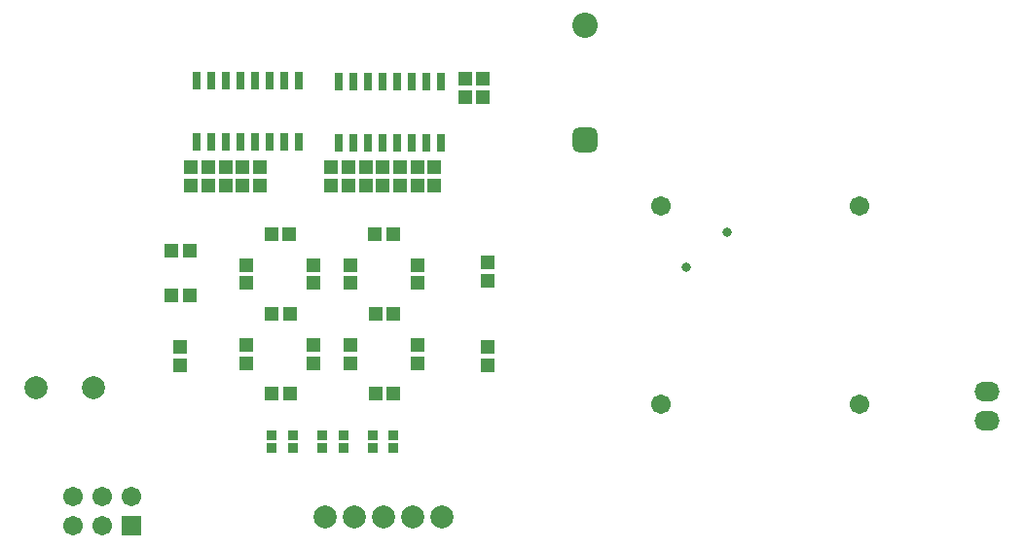
<source format=gts>
G04*
G04 #@! TF.GenerationSoftware,Altium Limited,Altium Designer,21.2.1 (34)*
G04*
G04 Layer_Color=8388736*
%FSLAX44Y44*%
%MOMM*%
G71*
G04*
G04 #@! TF.SameCoordinates,88615370-4C05-4218-9965-B51CFC903A55*
G04*
G04*
G04 #@! TF.FilePolarity,Negative*
G04*
G01*
G75*
%ADD17R,0.9032X0.9032*%
%ADD18R,1.2032X1.1532*%
%ADD19R,1.1532X1.2032*%
%ADD20R,0.8032X1.5032*%
%ADD21C,1.7032*%
%ADD22R,1.7032X1.7032*%
%ADD23C,2.0032*%
%ADD24C,2.2032*%
G04:AMPARAMS|DCode=25|XSize=2.2032mm|YSize=2.2032mm|CornerRadius=0.6016mm|HoleSize=0mm|Usage=FLASHONLY|Rotation=90.000|XOffset=0mm|YOffset=0mm|HoleType=Round|Shape=RoundedRectangle|*
%AMROUNDEDRECTD25*
21,1,2.2032,1.0000,0,0,90.0*
21,1,1.0000,2.2032,0,0,90.0*
1,1,1.2032,0.5000,0.5000*
1,1,1.2032,0.5000,-0.5000*
1,1,1.2032,-0.5000,-0.5000*
1,1,1.2032,-0.5000,0.5000*
%
%ADD25ROUNDEDRECTD25*%
%ADD26O,2.2032X1.7032*%
%ADD27C,0.8032*%
D17*
X368983Y102591D02*
D03*
Y91591D02*
D03*
X350683D02*
D03*
Y102591D02*
D03*
X280952D02*
D03*
Y91591D02*
D03*
X262652D02*
D03*
Y102591D02*
D03*
X306667D02*
D03*
X324967Y91591D02*
D03*
X306667D02*
D03*
X324967Y102591D02*
D03*
D18*
X389500Y320250D02*
D03*
X389500Y336250D02*
D03*
X237750Y320250D02*
D03*
Y336250D02*
D03*
X252750Y320250D02*
D03*
Y336250D02*
D03*
X446250Y396750D02*
D03*
Y412750D02*
D03*
X431000Y396750D02*
D03*
X431000Y412750D02*
D03*
X404500Y320250D02*
D03*
X404500Y336250D02*
D03*
X374500Y320250D02*
D03*
X374500Y336250D02*
D03*
X359500Y320250D02*
D03*
Y336250D02*
D03*
X344500Y320250D02*
D03*
X344500Y336250D02*
D03*
X329500Y320250D02*
D03*
Y336250D02*
D03*
X314500Y320250D02*
D03*
Y336250D02*
D03*
X389742Y234990D02*
D03*
Y250990D02*
D03*
X331305Y250964D02*
D03*
Y234964D02*
D03*
X299430Y234990D02*
D03*
Y250990D02*
D03*
Y165434D02*
D03*
Y181434D02*
D03*
X331311D02*
D03*
Y165434D02*
D03*
X389742D02*
D03*
Y181434D02*
D03*
X241017Y250990D02*
D03*
Y234990D02*
D03*
X222750Y320250D02*
D03*
Y336250D02*
D03*
X207750Y320250D02*
D03*
Y336250D02*
D03*
X192750Y320250D02*
D03*
Y336250D02*
D03*
X241017Y181434D02*
D03*
Y165434D02*
D03*
X183339Y179291D02*
D03*
Y163291D02*
D03*
X450546Y179291D02*
D03*
Y163291D02*
D03*
Y253223D02*
D03*
Y237223D02*
D03*
D19*
X352666Y277772D02*
D03*
X368666D02*
D03*
X352934Y208209D02*
D03*
X368934D02*
D03*
X352934Y138646D02*
D03*
X368934D02*
D03*
X278623Y208209D02*
D03*
X262623D02*
D03*
X278348Y277772D02*
D03*
X262348D02*
D03*
X175338Y263383D02*
D03*
X191339D02*
D03*
Y224678D02*
D03*
X175338D02*
D03*
X278623Y138646D02*
D03*
X262623D02*
D03*
D20*
X321141Y410920D02*
D03*
X359241D02*
D03*
X410041Y357580D02*
D03*
X321141D02*
D03*
X333841Y357580D02*
D03*
X346541Y357580D02*
D03*
X359241D02*
D03*
X333841Y410920D02*
D03*
X346541Y410920D02*
D03*
X371941Y357580D02*
D03*
X384641D02*
D03*
X397341Y357580D02*
D03*
X371941Y410920D02*
D03*
X384641D02*
D03*
X397341Y410920D02*
D03*
X410041Y410920D02*
D03*
X286450Y411170D02*
D03*
X273750Y411170D02*
D03*
X261050Y411170D02*
D03*
X248350Y411170D02*
D03*
X273750Y357830D02*
D03*
X261050Y357830D02*
D03*
X248350Y357830D02*
D03*
X222950Y411170D02*
D03*
X210250Y411170D02*
D03*
X235650Y357830D02*
D03*
X222950Y357830D02*
D03*
X210250Y357830D02*
D03*
X197550Y357830D02*
D03*
X286450Y357830D02*
D03*
X235650Y411170D02*
D03*
X197550Y411170D02*
D03*
D21*
X601490Y302130D02*
D03*
X90100Y23300D02*
D03*
Y48700D02*
D03*
X140900D02*
D03*
X115500Y48700D02*
D03*
Y23300D02*
D03*
X774490Y129130D02*
D03*
Y302130D02*
D03*
X601490Y129130D02*
D03*
D22*
X140900Y23300D02*
D03*
D23*
X385700Y31250D02*
D03*
X334900D02*
D03*
X360300D02*
D03*
X411100D02*
D03*
X309500D02*
D03*
X107750Y144250D02*
D03*
X57750D02*
D03*
D24*
X535250Y459500D02*
D03*
D25*
Y359500D02*
D03*
D26*
X885250Y140250D02*
D03*
Y115250D02*
D03*
D27*
X659000Y279250D02*
D03*
X623500Y248750D02*
D03*
M02*

</source>
